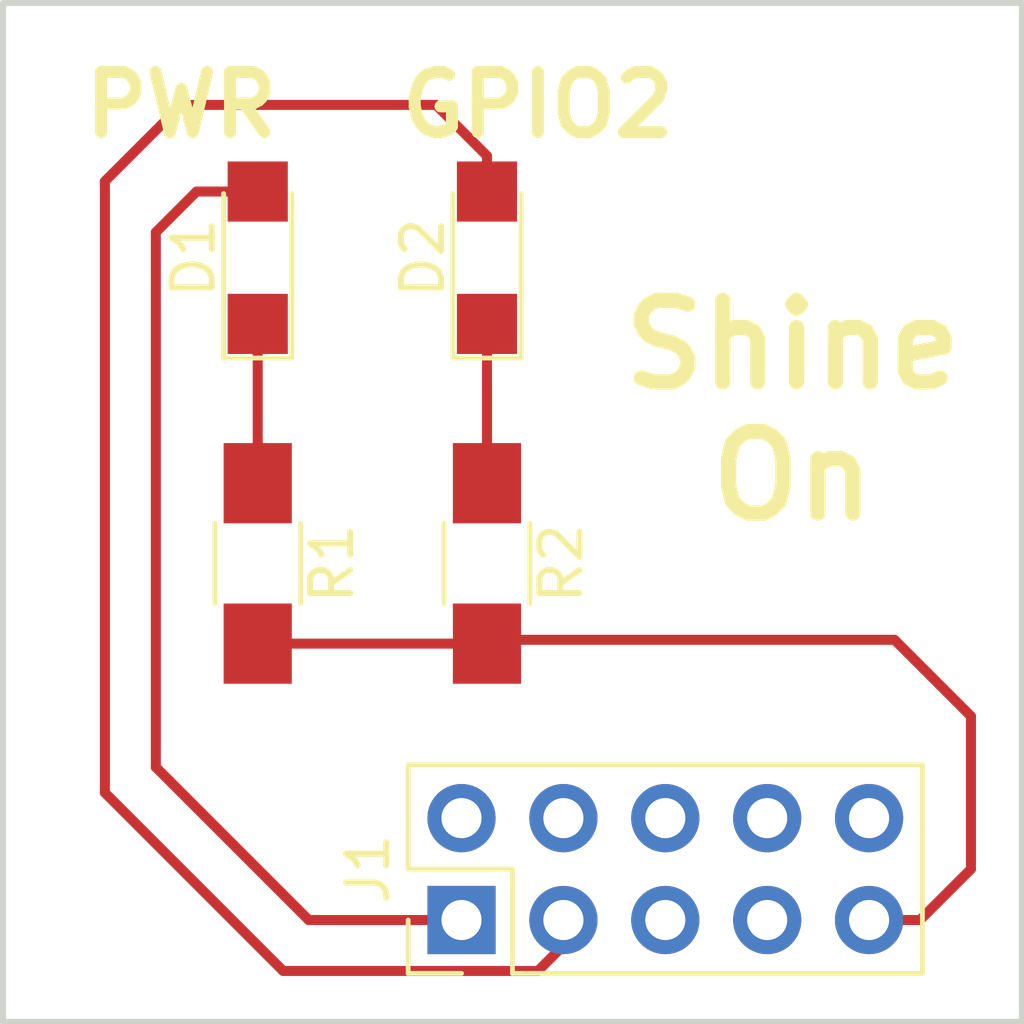
<source format=kicad_pcb>
(kicad_pcb (version 4) (host pcbnew 4.0.6)

  (general
    (links 6)
    (no_connects 0)
    (area 0 0 0 0)
    (thickness 1.6)
    (drawings 7)
    (tracks 23)
    (zones 0)
    (modules 5)
    (nets 13)
  )

  (page A4)
  (layers
    (0 F.Cu signal)
    (31 B.Cu signal)
    (32 B.Adhes user)
    (33 F.Adhes user)
    (34 B.Paste user)
    (35 F.Paste user)
    (36 B.SilkS user)
    (37 F.SilkS user)
    (38 B.Mask user)
    (39 F.Mask user)
    (40 Dwgs.User user)
    (41 Cmts.User user)
    (42 Eco1.User user)
    (43 Eco2.User user)
    (44 Edge.Cuts user)
    (45 Margin user)
    (46 B.CrtYd user)
    (47 F.CrtYd user)
    (48 B.Fab user)
    (49 F.Fab user)
  )

  (setup
    (last_trace_width 0.25)
    (trace_clearance 0.2)
    (zone_clearance 0.508)
    (zone_45_only no)
    (trace_min 0.2)
    (segment_width 0.2)
    (edge_width 0.15)
    (via_size 0.6)
    (via_drill 0.4)
    (via_min_size 0.4)
    (via_min_drill 0.3)
    (uvia_size 0.3)
    (uvia_drill 0.1)
    (uvias_allowed no)
    (uvia_min_size 0.2)
    (uvia_min_drill 0.1)
    (pcb_text_width 0.3)
    (pcb_text_size 1.5 1.5)
    (mod_edge_width 0.15)
    (mod_text_size 1 1)
    (mod_text_width 0.15)
    (pad_size 1.524 1.524)
    (pad_drill 0.762)
    (pad_to_mask_clearance 0.2)
    (aux_axis_origin 0 0)
    (visible_elements FFFFFF7F)
    (pcbplotparams
      (layerselection 0x00030_80000001)
      (usegerberextensions false)
      (excludeedgelayer true)
      (linewidth 0.100000)
      (plotframeref false)
      (viasonmask false)
      (mode 1)
      (useauxorigin false)
      (hpglpennumber 1)
      (hpglpenspeed 20)
      (hpglpendiameter 15)
      (hpglpenoverlay 2)
      (psnegative false)
      (psa4output false)
      (plotreference true)
      (plotvalue true)
      (plotinvisibletext false)
      (padsonsilk false)
      (subtractmaskfromsilk false)
      (outputformat 1)
      (mirror false)
      (drillshape 1)
      (scaleselection 1)
      (outputdirectory ""))
  )

  (net 0 "")
  (net 1 "Net-(D1-Pad2)")
  (net 2 "Net-(D1-Pad1)")
  (net 3 "Net-(D2-Pad2)")
  (net 4 "Net-(D2-Pad1)")
  (net 5 "Net-(J1-Pad2)")
  (net 6 "Net-(J1-Pad4)")
  (net 7 "Net-(J1-Pad5)")
  (net 8 "Net-(J1-Pad6)")
  (net 9 "Net-(J1-Pad7)")
  (net 10 "Net-(J1-Pad8)")
  (net 11 "Net-(J1-Pad9)")
  (net 12 "Net-(J1-Pad10)")

  (net_class Default "This is the default net class."
    (clearance 0.2)
    (trace_width 0.25)
    (via_dia 0.6)
    (via_drill 0.4)
    (uvia_dia 0.3)
    (uvia_drill 0.1)
    (add_net "Net-(D1-Pad1)")
    (add_net "Net-(D1-Pad2)")
    (add_net "Net-(D2-Pad1)")
    (add_net "Net-(D2-Pad2)")
    (add_net "Net-(J1-Pad10)")
    (add_net "Net-(J1-Pad2)")
    (add_net "Net-(J1-Pad4)")
    (add_net "Net-(J1-Pad5)")
    (add_net "Net-(J1-Pad6)")
    (add_net "Net-(J1-Pad7)")
    (add_net "Net-(J1-Pad8)")
    (add_net "Net-(J1-Pad9)")
  )

  (module LEDs:LED_1206 (layer F.Cu) (tedit 59176911) (tstamp 59176746)
    (at 151.765 112.395 90)
    (descr "LED 1206 smd package")
    (tags "LED led 1206 SMD smd SMT smt smdled SMDLED smtled SMTLED")
    (path /59176529)
    (attr smd)
    (fp_text reference D1 (at 0 -1.6 90) (layer F.SilkS)
      (effects (font (size 1 1) (thickness 0.15)))
    )
    (fp_text value LED (at 0 1.7 90) (layer F.Fab) hide
      (effects (font (size 1 1) (thickness 0.15)))
    )
    (fp_line (start -2.5 -0.85) (end -2.5 0.85) (layer F.SilkS) (width 0.12))
    (fp_line (start -0.45 -0.4) (end -0.45 0.4) (layer F.Fab) (width 0.1))
    (fp_line (start -0.4 0) (end 0.2 -0.4) (layer F.Fab) (width 0.1))
    (fp_line (start 0.2 0.4) (end -0.4 0) (layer F.Fab) (width 0.1))
    (fp_line (start 0.2 -0.4) (end 0.2 0.4) (layer F.Fab) (width 0.1))
    (fp_line (start 1.6 0.8) (end -1.6 0.8) (layer F.Fab) (width 0.1))
    (fp_line (start 1.6 -0.8) (end 1.6 0.8) (layer F.Fab) (width 0.1))
    (fp_line (start -1.6 -0.8) (end 1.6 -0.8) (layer F.Fab) (width 0.1))
    (fp_line (start -1.6 0.8) (end -1.6 -0.8) (layer F.Fab) (width 0.1))
    (fp_line (start -2.45 0.85) (end 1.6 0.85) (layer F.SilkS) (width 0.12))
    (fp_line (start -2.45 -0.85) (end 1.6 -0.85) (layer F.SilkS) (width 0.12))
    (fp_line (start 2.65 -1) (end 2.65 1) (layer F.CrtYd) (width 0.05))
    (fp_line (start 2.65 1) (end -2.65 1) (layer F.CrtYd) (width 0.05))
    (fp_line (start -2.65 1) (end -2.65 -1) (layer F.CrtYd) (width 0.05))
    (fp_line (start -2.65 -1) (end 2.65 -1) (layer F.CrtYd) (width 0.05))
    (pad 2 smd rect (at 1.65 0 270) (size 1.5 1.5) (layers F.Cu F.Paste F.Mask)
      (net 1 "Net-(D1-Pad2)"))
    (pad 1 smd rect (at -1.65 0 270) (size 1.5 1.5) (layers F.Cu F.Paste F.Mask)
      (net 2 "Net-(D1-Pad1)"))
    (model LEDs.3dshapes/LED_1206.wrl
      (at (xyz 0 0 0))
      (scale (xyz 1 1 1))
      (rotate (xyz 0 0 180))
    )
  )

  (module LEDs:LED_1206 (layer F.Cu) (tedit 59176913) (tstamp 5917674C)
    (at 157.48 112.395 90)
    (descr "LED 1206 smd package")
    (tags "LED led 1206 SMD smd SMT smt smdled SMDLED smtled SMTLED")
    (path /59176654)
    (attr smd)
    (fp_text reference D2 (at 0 -1.6 90) (layer F.SilkS)
      (effects (font (size 1 1) (thickness 0.15)))
    )
    (fp_text value LED (at 0 1.7 90) (layer F.Fab) hide
      (effects (font (size 1 1) (thickness 0.15)))
    )
    (fp_line (start -2.5 -0.85) (end -2.5 0.85) (layer F.SilkS) (width 0.12))
    (fp_line (start -0.45 -0.4) (end -0.45 0.4) (layer F.Fab) (width 0.1))
    (fp_line (start -0.4 0) (end 0.2 -0.4) (layer F.Fab) (width 0.1))
    (fp_line (start 0.2 0.4) (end -0.4 0) (layer F.Fab) (width 0.1))
    (fp_line (start 0.2 -0.4) (end 0.2 0.4) (layer F.Fab) (width 0.1))
    (fp_line (start 1.6 0.8) (end -1.6 0.8) (layer F.Fab) (width 0.1))
    (fp_line (start 1.6 -0.8) (end 1.6 0.8) (layer F.Fab) (width 0.1))
    (fp_line (start -1.6 -0.8) (end 1.6 -0.8) (layer F.Fab) (width 0.1))
    (fp_line (start -1.6 0.8) (end -1.6 -0.8) (layer F.Fab) (width 0.1))
    (fp_line (start -2.45 0.85) (end 1.6 0.85) (layer F.SilkS) (width 0.12))
    (fp_line (start -2.45 -0.85) (end 1.6 -0.85) (layer F.SilkS) (width 0.12))
    (fp_line (start 2.65 -1) (end 2.65 1) (layer F.CrtYd) (width 0.05))
    (fp_line (start 2.65 1) (end -2.65 1) (layer F.CrtYd) (width 0.05))
    (fp_line (start -2.65 1) (end -2.65 -1) (layer F.CrtYd) (width 0.05))
    (fp_line (start -2.65 -1) (end 2.65 -1) (layer F.CrtYd) (width 0.05))
    (pad 2 smd rect (at 1.65 0 270) (size 1.5 1.5) (layers F.Cu F.Paste F.Mask)
      (net 3 "Net-(D2-Pad2)"))
    (pad 1 smd rect (at -1.65 0 270) (size 1.5 1.5) (layers F.Cu F.Paste F.Mask)
      (net 4 "Net-(D2-Pad1)"))
    (model LEDs.3dshapes/LED_1206.wrl
      (at (xyz 0 0 0))
      (scale (xyz 1 1 1))
      (rotate (xyz 0 0 180))
    )
  )

  (module Pin_Headers:Pin_Header_Straight_2x05_Pitch2.54mm (layer F.Cu) (tedit 5917691A) (tstamp 5917675A)
    (at 156.845 128.905 90)
    (descr "Through hole straight pin header, 2x05, 2.54mm pitch, double rows")
    (tags "Through hole pin header THT 2x05 2.54mm double row")
    (path /59176B01)
    (fp_text reference J1 (at 1.27 -2.33 90) (layer F.SilkS)
      (effects (font (size 1 1) (thickness 0.15)))
    )
    (fp_text value CONN_02X05 (at 1.27 12.49 90) (layer F.Fab) hide
      (effects (font (size 1 1) (thickness 0.15)))
    )
    (fp_line (start -1.27 -1.27) (end -1.27 11.43) (layer F.Fab) (width 0.1))
    (fp_line (start -1.27 11.43) (end 3.81 11.43) (layer F.Fab) (width 0.1))
    (fp_line (start 3.81 11.43) (end 3.81 -1.27) (layer F.Fab) (width 0.1))
    (fp_line (start 3.81 -1.27) (end -1.27 -1.27) (layer F.Fab) (width 0.1))
    (fp_line (start -1.33 1.27) (end -1.33 11.49) (layer F.SilkS) (width 0.12))
    (fp_line (start -1.33 11.49) (end 3.87 11.49) (layer F.SilkS) (width 0.12))
    (fp_line (start 3.87 11.49) (end 3.87 -1.33) (layer F.SilkS) (width 0.12))
    (fp_line (start 3.87 -1.33) (end 1.27 -1.33) (layer F.SilkS) (width 0.12))
    (fp_line (start 1.27 -1.33) (end 1.27 1.27) (layer F.SilkS) (width 0.12))
    (fp_line (start 1.27 1.27) (end -1.33 1.27) (layer F.SilkS) (width 0.12))
    (fp_line (start -1.33 0) (end -1.33 -1.33) (layer F.SilkS) (width 0.12))
    (fp_line (start -1.33 -1.33) (end 0 -1.33) (layer F.SilkS) (width 0.12))
    (fp_line (start -1.8 -1.8) (end -1.8 11.95) (layer F.CrtYd) (width 0.05))
    (fp_line (start -1.8 11.95) (end 4.35 11.95) (layer F.CrtYd) (width 0.05))
    (fp_line (start 4.35 11.95) (end 4.35 -1.8) (layer F.CrtYd) (width 0.05))
    (fp_line (start 4.35 -1.8) (end -1.8 -1.8) (layer F.CrtYd) (width 0.05))
    (fp_text user %R (at 1.27 -2.33 90) (layer F.Fab)
      (effects (font (size 1 1) (thickness 0.15)))
    )
    (pad 1 thru_hole rect (at 0 0 90) (size 1.7 1.7) (drill 1) (layers *.Cu *.Mask)
      (net 1 "Net-(D1-Pad2)"))
    (pad 2 thru_hole oval (at 2.54 0 90) (size 1.7 1.7) (drill 1) (layers *.Cu *.Mask)
      (net 5 "Net-(J1-Pad2)"))
    (pad 3 thru_hole oval (at 0 2.54 90) (size 1.7 1.7) (drill 1) (layers *.Cu *.Mask)
      (net 3 "Net-(D2-Pad2)"))
    (pad 4 thru_hole oval (at 2.54 2.54 90) (size 1.7 1.7) (drill 1) (layers *.Cu *.Mask)
      (net 6 "Net-(J1-Pad4)"))
    (pad 5 thru_hole oval (at 0 5.08 90) (size 1.7 1.7) (drill 1) (layers *.Cu *.Mask)
      (net 7 "Net-(J1-Pad5)"))
    (pad 6 thru_hole oval (at 2.54 5.08 90) (size 1.7 1.7) (drill 1) (layers *.Cu *.Mask)
      (net 8 "Net-(J1-Pad6)"))
    (pad 7 thru_hole oval (at 0 7.62 90) (size 1.7 1.7) (drill 1) (layers *.Cu *.Mask)
      (net 9 "Net-(J1-Pad7)"))
    (pad 8 thru_hole oval (at 2.54 7.62 90) (size 1.7 1.7) (drill 1) (layers *.Cu *.Mask)
      (net 10 "Net-(J1-Pad8)"))
    (pad 9 thru_hole oval (at 0 10.16 90) (size 1.7 1.7) (drill 1) (layers *.Cu *.Mask)
      (net 11 "Net-(J1-Pad9)"))
    (pad 10 thru_hole oval (at 2.54 10.16 90) (size 1.7 1.7) (drill 1) (layers *.Cu *.Mask)
      (net 12 "Net-(J1-Pad10)"))
    (model ${KISYS3DMOD}/Pin_Headers.3dshapes/Pin_Header_Straight_2x05_Pitch2.54mm.wrl
      (at (xyz 0.05 -0.2 0))
      (scale (xyz 1 1 1))
      (rotate (xyz 0 0 90))
    )
  )

  (module Resistors_SMD:R_1206_HandSoldering (layer F.Cu) (tedit 5917690E) (tstamp 59176760)
    (at 151.765 120.015 270)
    (descr "Resistor SMD 1206, hand soldering")
    (tags "resistor 1206")
    (path /59176686)
    (attr smd)
    (fp_text reference R1 (at 0 -1.85 270) (layer F.SilkS)
      (effects (font (size 1 1) (thickness 0.15)))
    )
    (fp_text value 200 (at 0 1.9 270) (layer F.Fab) hide
      (effects (font (size 1 1) (thickness 0.15)))
    )
    (fp_text user %R (at 0 0 270) (layer F.Fab)
      (effects (font (size 0.7 0.7) (thickness 0.105)))
    )
    (fp_line (start -1.6 0.8) (end -1.6 -0.8) (layer F.Fab) (width 0.1))
    (fp_line (start 1.6 0.8) (end -1.6 0.8) (layer F.Fab) (width 0.1))
    (fp_line (start 1.6 -0.8) (end 1.6 0.8) (layer F.Fab) (width 0.1))
    (fp_line (start -1.6 -0.8) (end 1.6 -0.8) (layer F.Fab) (width 0.1))
    (fp_line (start 1 1.07) (end -1 1.07) (layer F.SilkS) (width 0.12))
    (fp_line (start -1 -1.07) (end 1 -1.07) (layer F.SilkS) (width 0.12))
    (fp_line (start -3.25 -1.11) (end 3.25 -1.11) (layer F.CrtYd) (width 0.05))
    (fp_line (start -3.25 -1.11) (end -3.25 1.1) (layer F.CrtYd) (width 0.05))
    (fp_line (start 3.25 1.1) (end 3.25 -1.11) (layer F.CrtYd) (width 0.05))
    (fp_line (start 3.25 1.1) (end -3.25 1.1) (layer F.CrtYd) (width 0.05))
    (pad 1 smd rect (at -2 0 270) (size 2 1.7) (layers F.Cu F.Paste F.Mask)
      (net 2 "Net-(D1-Pad1)"))
    (pad 2 smd rect (at 2 0 270) (size 2 1.7) (layers F.Cu F.Paste F.Mask)
      (net 11 "Net-(J1-Pad9)"))
    (model ${KISYS3DMOD}/Resistors_SMD.3dshapes/R_1206.wrl
      (at (xyz 0 0 0))
      (scale (xyz 1 1 1))
      (rotate (xyz 0 0 0))
    )
  )

  (module Resistors_SMD:R_1206_HandSoldering (layer F.Cu) (tedit 59176916) (tstamp 59176766)
    (at 157.48 120.015 270)
    (descr "Resistor SMD 1206, hand soldering")
    (tags "resistor 1206")
    (path /591767D5)
    (attr smd)
    (fp_text reference R2 (at 0 -1.85 270) (layer F.SilkS)
      (effects (font (size 1 1) (thickness 0.15)))
    )
    (fp_text value 200 (at 0 1.9 270) (layer F.Fab) hide
      (effects (font (size 1 1) (thickness 0.15)))
    )
    (fp_text user %R (at 0 0 270) (layer F.Fab)
      (effects (font (size 0.7 0.7) (thickness 0.105)))
    )
    (fp_line (start -1.6 0.8) (end -1.6 -0.8) (layer F.Fab) (width 0.1))
    (fp_line (start 1.6 0.8) (end -1.6 0.8) (layer F.Fab) (width 0.1))
    (fp_line (start 1.6 -0.8) (end 1.6 0.8) (layer F.Fab) (width 0.1))
    (fp_line (start -1.6 -0.8) (end 1.6 -0.8) (layer F.Fab) (width 0.1))
    (fp_line (start 1 1.07) (end -1 1.07) (layer F.SilkS) (width 0.12))
    (fp_line (start -1 -1.07) (end 1 -1.07) (layer F.SilkS) (width 0.12))
    (fp_line (start -3.25 -1.11) (end 3.25 -1.11) (layer F.CrtYd) (width 0.05))
    (fp_line (start -3.25 -1.11) (end -3.25 1.1) (layer F.CrtYd) (width 0.05))
    (fp_line (start 3.25 1.1) (end 3.25 -1.11) (layer F.CrtYd) (width 0.05))
    (fp_line (start 3.25 1.1) (end -3.25 1.1) (layer F.CrtYd) (width 0.05))
    (pad 1 smd rect (at -2 0 270) (size 2 1.7) (layers F.Cu F.Paste F.Mask)
      (net 4 "Net-(D2-Pad1)"))
    (pad 2 smd rect (at 2 0 270) (size 2 1.7) (layers F.Cu F.Paste F.Mask)
      (net 11 "Net-(J1-Pad9)"))
    (model ${KISYS3DMOD}/Resistors_SMD.3dshapes/R_1206.wrl
      (at (xyz 0 0 0))
      (scale (xyz 1 1 1))
      (rotate (xyz 0 0 0))
    )
  )

  (gr_text GPIO2 (at 158.75 108.585) (layer F.SilkS)
    (effects (font (size 1.5 1.5) (thickness 0.3)))
  )
  (gr_text PWR (at 149.86 108.585) (layer F.SilkS)
    (effects (font (size 1.5 1.5) (thickness 0.3)))
  )
  (gr_text "Shine\nOn" (at 165.1 116.205) (layer F.SilkS)
    (effects (font (size 2.032 2.032) (thickness 0.381)))
  )
  (gr_line (start 145.415 131.445) (end 170.815 131.445) (angle 90) (layer Edge.Cuts) (width 0.15))
  (gr_line (start 145.415 106.045) (end 145.415 131.445) (angle 90) (layer Edge.Cuts) (width 0.15))
  (gr_line (start 170.815 106.045) (end 145.415 106.045) (angle 90) (layer Edge.Cuts) (width 0.15))
  (gr_line (start 170.815 131.445) (end 170.815 106.045) (angle 90) (layer Edge.Cuts) (width 0.15))

  (segment (start 156.845 128.905) (end 153.035 128.905) (width 0.25) (layer F.Cu) (net 1) (status 400000))
  (segment (start 150.24 110.745) (end 151.765 110.745) (width 0.25) (layer F.Cu) (net 1) (tstamp 591768C4) (status 800000))
  (segment (start 149.225 111.76) (end 150.24 110.745) (width 0.25) (layer F.Cu) (net 1) (tstamp 591768C2))
  (segment (start 149.225 125.095) (end 149.225 111.76) (width 0.25) (layer F.Cu) (net 1) (tstamp 591768C0))
  (segment (start 153.035 128.905) (end 149.225 125.095) (width 0.25) (layer F.Cu) (net 1) (tstamp 591768BE))
  (segment (start 151.765 114.045) (end 151.765 118.015) (width 0.25) (layer F.Cu) (net 2) (status C00000))
  (segment (start 159.385 128.905) (end 159.385 129.54) (width 0.25) (layer F.Cu) (net 3) (status C00000))
  (segment (start 159.385 129.54) (end 158.75 130.175) (width 0.25) (layer F.Cu) (net 3) (tstamp 591768C8) (status 400000))
  (segment (start 158.75 130.175) (end 152.4 130.175) (width 0.25) (layer F.Cu) (net 3) (tstamp 591768C9))
  (segment (start 152.4 130.175) (end 147.955 125.73) (width 0.25) (layer F.Cu) (net 3) (tstamp 591768CA))
  (segment (start 147.955 125.73) (end 147.955 110.49) (width 0.25) (layer F.Cu) (net 3) (tstamp 591768CC))
  (segment (start 147.955 110.49) (end 149.86 108.585) (width 0.25) (layer F.Cu) (net 3) (tstamp 591768CE))
  (segment (start 149.86 108.585) (end 156.21 108.585) (width 0.25) (layer F.Cu) (net 3) (tstamp 591768D0))
  (segment (start 156.21 108.585) (end 157.48 109.855) (width 0.25) (layer F.Cu) (net 3) (tstamp 591768D2))
  (segment (start 157.48 109.855) (end 157.48 110.745) (width 0.25) (layer F.Cu) (net 3) (tstamp 591768D4) (status 800000))
  (segment (start 157.48 114.045) (end 157.48 118.015) (width 0.25) (layer F.Cu) (net 4) (status C00000))
  (segment (start 151.765 122.015) (end 157.48 122.015) (width 0.25) (layer F.Cu) (net 11) (status C00000))
  (segment (start 167.005 128.905) (end 168.275 128.905) (width 0.25) (layer F.Cu) (net 11) (status 400000))
  (segment (start 169.545 127.635) (end 168.275 128.905) (width 0.25) (layer F.Cu) (net 11) (tstamp 5917688B))
  (segment (start 169.545 123.825) (end 169.545 127.635) (width 0.25) (layer F.Cu) (net 11) (tstamp 59176880))
  (segment (start 167.64 121.92) (end 169.545 123.825) (width 0.25) (layer F.Cu) (net 11) (tstamp 59176879))
  (segment (start 167.64 121.92) (end 157.575 121.92) (width 0.25) (layer F.Cu) (net 11) (tstamp 59176874))
  (segment (start 157.48 122.015) (end 157.575 121.92) (width 0.25) (layer F.Cu) (net 11) (tstamp 5917686F))

)

</source>
